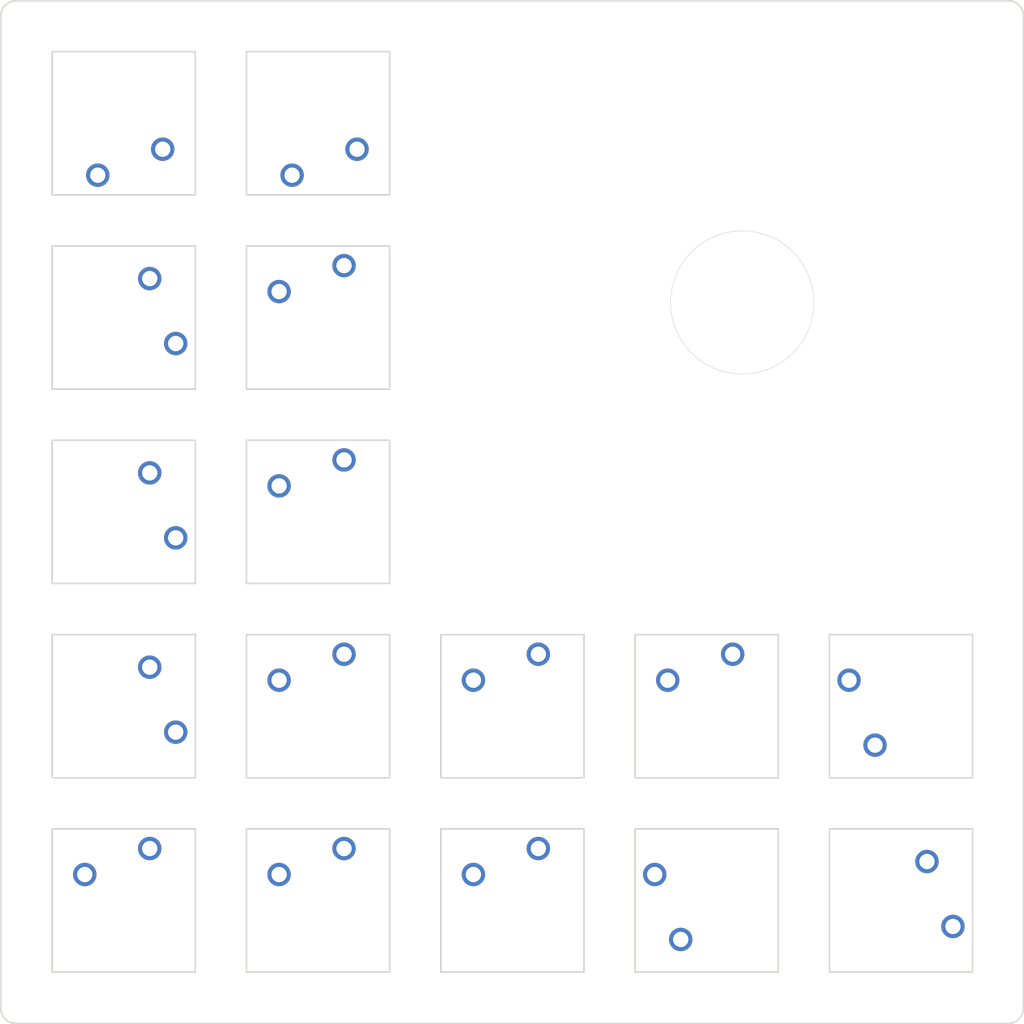
<source format=kicad_pcb>
(kicad_pcb (version 20211014) (generator pcbnew)
  (title_block (title "ortho-tb55-top-plate") (rev "v1.0.0") (company "Unknown"))
  (layers (0 "F.Cu" signal) (31 "B.Cu" signal) (34 "B.Paste" user) (35 "F.Paste" user) (36 "B.SilkS" user "B.Silkscreen") (37 "F.SilkS" user "F.Silkscreen") (38 "B.Mask" user) (39 "F.Mask" user) (44 "Edge.Cuts" user))
  (net 0 "")
  (net 1 "GND")
  (net 2 "m_c1_r1")
  (net 3 "m_c1_r2")
  (net 4 "m_c1_r3")
  (net 5 "m_c1_r4")
  (net 6 "m_c1_r5")
  (net 7 "m_c2_r1")
  (net 8 "m_c2_r2")
  (net 9 "m_c2_r3")
  (net 10 "m_c2_r4")
  (net 11 "m_c2_r5")
  (net 12 "m_c3_r1")
  (net 13 "m_c3_r2")
  (net 14 "m_c4_r1")
  (net 15 "m_c4_r2")
  (net 16 "m_c5_r1")
  (net 17 "m_c5_r2")
  (footprint "MountingHole:MountingHole_3.2mm_M3" (layer "F.Cu") (at 72.5 -70.5 159)
    (fp_text reference "" (at 0 0 159) (layer "F.SilkS") (effects (font (size 1.27 1.27))))
    (fp_text value "" (at 0 0 159) (layer "F.SilkS") (effects (font (size 1.27 1.27))))
    (pad "" np_thru_hole circle locked (at -13.5 23.382) (size 3 3) (drill 3) (layers *.Cu *.Mask))
    (pad "" np_thru_hole circle locked (at 27 0) (size 3 3) (drill 3) (layers *.Cu *.Mask))
    (pad "" np_thru_hole circle locked (at -13.5 -23.382) (size 3 3) (drill 3) (layers *.Cu *.Mask))
  )
  (footprint "MX" (layer "F.Cu") (at 31.025 -69.025)
    (fp_text reference "S9" hide)
    (fp_text value "" hide)
    (pad "" np_thru_hole circle locked (at 5.08 0) (size 1.7018 1.7018) (drill 1.7018) (layers *.Cu *.Mask))
    (pad "" np_thru_hole circle locked (at -5.08 0) (size 1.7018 1.7018) (drill 1.7018) (layers *.Cu *.Mask))
    (pad "" np_thru_hole circle locked (at 0 0) (size 3.9878 3.9878) (drill 3.9878) (layers *.Cu *.Mask))
    (pad "1" thru_hole circle locked (at 2.54 -5.08) (size 2.286 2.286) (drill 1.4986) (layers *.Cu *.Mask) (net 1 "GND"))
    (pad "2" thru_hole circle locked (at -3.81 -2.54) (size 2.286 2.286) (drill 1.4986) (layers *.Cu *.Mask) (net 10 "m_c2_r4"))
  )
  (footprint "MX" (layer "F.Cu") (at 69.025 -31.025)
    (fp_text reference "S14" hide)
    (fp_text value "" hide)
    (pad "" np_thru_hole circle locked (at 5.08 0) (size 1.7018 1.7018) (drill 1.7018) (layers *.Cu *.Mask))
    (pad "" np_thru_hole circle locked (at 0 0) (size 3.9878 3.9878) (drill 3.9878) (layers *.Cu *.Mask))
    (pad "" np_thru_hole circle locked (at -5.08 0) (size 1.7018 1.7018) (drill 1.7018) (layers *.Cu *.Mask))
    (pad "1" thru_hole circle locked (at 2.54 -5.08) (size 2.286 2.286) (drill 1.4986) (layers *.Cu *.Mask) (net 1 "GND"))
    (pad "2" thru_hole circle locked (at -3.81 -2.54) (size 2.286 2.286) (drill 1.4986) (layers *.Cu *.Mask) (net 15 "m_c4_r2"))
  )
  (footprint "MX" (layer "F.Cu") (at 12.025 -69.025 -90)
    (fp_text reference "S4" hide)
    (fp_text value "" hide)
    (pad "" np_thru_hole circle locked (at 5.08 0) (size 1.7018 1.7018) (drill 1.7018) (layers *.Cu *.Mask))
    (pad "" np_thru_hole circle locked (at 0 0) (size 3.9878 3.9878) (drill 3.9878) (layers *.Cu *.Mask))
    (pad "" np_thru_hole circle locked (at -5.08 0) (size 1.7018 1.7018) (drill 1.7018) (layers *.Cu *.Mask))
    (pad "1" thru_hole circle locked (at 2.54 -5.08) (size 2.286 2.286) (drill 1.4986) (layers *.Cu *.Mask) (net 1 "GND"))
    (pad "2" thru_hole circle locked (at -3.81 -2.54) (size 2.286 2.286) (drill 1.4986) (layers *.Cu *.Mask) (net 5 "m_c1_r4"))
  )
  (footprint "MX" (layer "F.Cu") (at 31.025 -31.025)
    (fp_text reference "S7" hide)
    (fp_text value "" hide)
    (pad "" np_thru_hole circle locked (at 5.08 0) (size 1.7018 1.7018) (drill 1.7018) (layers *.Cu *.Mask))
    (pad "" np_thru_hole circle locked (at -5.08 0) (size 1.7018 1.7018) (drill 1.7018) (layers *.Cu *.Mask))
    (pad "" np_thru_hole circle locked (at 0 0) (size 3.9878 3.9878) (drill 3.9878) (layers *.Cu *.Mask))
    (pad "1" thru_hole circle locked (at 2.54 -5.08) (size 2.286 2.286) (drill 1.4986) (layers *.Cu *.Mask) (net 1 "GND"))
    (pad "2" thru_hole circle locked (at -3.81 -2.54) (size 2.286 2.286) (drill 1.4986) (layers *.Cu *.Mask) (net 8 "m_c2_r2"))
  )
  (footprint "MX" (layer "F.Cu") (at 12.025 -31.025 -90)
    (fp_text reference "S2" hide)
    (fp_text value "" hide)
    (pad "" np_thru_hole circle locked (at 0 0) (size 3.9878 3.9878) (drill 3.9878) (layers *.Cu *.Mask))
    (pad "" np_thru_hole circle locked (at -5.08 0) (size 1.7018 1.7018) (drill 1.7018) (layers *.Cu *.Mask))
    (pad "" np_thru_hole circle locked (at 5.08 0) (size 1.7018 1.7018) (drill 1.7018) (layers *.Cu *.Mask))
    (pad "1" thru_hole circle locked (at 2.54 -5.08) (size 2.286 2.286) (drill 1.4986) (layers *.Cu *.Mask) (net 1 "GND"))
    (pad "2" thru_hole circle locked (at -3.81 -2.54) (size 2.286 2.286) (drill 1.4986) (layers *.Cu *.Mask) (net 3 "m_c1_r2"))
  )
  (footprint "MountingHole:MountingHole_3.2mm_M3" (layer "F.Cu") (at 72.5 -70.5 136)
    (fp_text reference "" (at 0 0 136) (layer "F.SilkS") (effects (font (size 1.27 1.27))))
    (fp_text value "" (at 0 0 136) (layer "F.SilkS") (effects (font (size 1.27 1.27))))
    (pad "" np_thru_hole circle locked (at 25 0) (size 3 3) (drill 3) (layers *.Cu *.Mask))
    (pad "" np_thru_hole circle locked (at -12.5 -21.65) (size 3 3) (drill 3) (layers *.Cu *.Mask))
    (pad "" np_thru_hole circle locked (at -12.5 21.65) (size 3 3) (drill 3) (layers *.Cu *.Mask))
  )
  (footprint "MountingHole:MountingHole_2.2mm_M2" (layer "F.Cu") (at 2.5 -2.5)
    (fp_text reference "" (at 0 0) (layer "F.SilkS") (effects (font (size 1.27 1.27))))
    (fp_text value "" (at 0 0) (layer "F.SilkS") (effects (font (size 1.27 1.27))))
    (pad "" np_thru_hole circle locked (at 0 0) (size 2.2 2.2) (drill 2.2) (layers *.Cu *.Mask))
  )
  (footprint "MX" (layer "F.Cu") (at 88.025 -12.025 -90)
    (fp_text reference "S15" hide)
    (fp_text value "" hide)
    (pad "" np_thru_hole circle locked (at 5.08 0) (size 1.7018 1.7018) (drill 1.7018) (layers *.Cu *.Mask))
    (pad "" np_thru_hole circle locked (at 0 0) (size 3.9878 3.9878) (drill 3.9878) (layers *.Cu *.Mask))
    (pad "" np_thru_hole circle locked (at -5.08 0) (size 1.7018 1.7018) (drill 1.7018) (layers *.Cu *.Mask))
    (pad "1" thru_hole circle locked (at 2.54 -5.08) (size 2.286 2.286) (drill 1.4986) (layers *.Cu *.Mask) (net 1 "GND"))
    (pad "2" thru_hole circle locked (at -3.81 -2.54) (size 2.286 2.286) (drill 1.4986) (layers *.Cu *.Mask) (net 16 "m_c5_r1"))
  )
  (footprint "MX" (layer "F.Cu") (at 88.025 -31.025 90)
    (fp_text reference "S16" hide)
    (fp_text value "" hide)
    (pad "" np_thru_hole circle locked (at -5.08 0) (size 1.7018 1.7018) (drill 1.7018) (layers *.Cu *.Mask))
    (pad "" np_thru_hole circle locked (at 5.08 0) (size 1.7018 1.7018) (drill 1.7018) (layers *.Cu *.Mask))
    (pad "" np_thru_hole circle locked (at 0 0) (size 3.9878 3.9878) (drill 3.9878) (layers *.Cu *.Mask))
    (pad "1" thru_hole circle locked (at 2.54 -5.08) (size 2.286 2.286) (drill 1.4986) (layers *.Cu *.Mask) (net 1 "GND"))
    (pad "2" thru_hole circle locked (at -3.81 -2.54) (size 2.286 2.286) (drill 1.4986) (layers *.Cu *.Mask) (net 17 "m_c5_r2"))
  )
  (footprint "MX" (layer "F.Cu") (at 12.025 -88.025 180)
    (fp_text reference "S5" hide)
    (fp_text value "" hide)
    (pad "" np_thru_hole circle locked (at -5.08 0) (size 1.7018 1.7018) (drill 1.7018) (layers *.Cu *.Mask))
    (pad "" np_thru_hole circle locked (at 5.08 0) (size 1.7018 1.7018) (drill 1.7018) (layers *.Cu *.Mask))
    (pad "" np_thru_hole circle locked (at 0 0) (size 3.9878 3.9878) (drill 3.9878) (layers *.Cu *.Mask))
    (pad "1" thru_hole circle locked (at 2.54 -5.08) (size 2.286 2.286) (drill 1.4986) (layers *.Cu *.Mask) (net 1 "GND"))
    (pad "2" thru_hole circle locked (at -3.81 -2.54) (size 2.286 2.286) (drill 1.4986) (layers *.Cu *.Mask) (net 6 "m_c1_r5"))
  )
  (footprint "MountingHole:MountingHole_3.2mm_M3" (layer "F.Cu") (at 72.5 -70.5 170)
    (fp_text reference "" (at 0 0 170) (layer "F.SilkS") (effects (font (size 1.27 1.27))))
    (fp_text value "" (at 0 0 170) (layer "F.SilkS") (effects (font (size 1.27 1.27))))
    (pad "" np_thru_hole circle locked (at -14 -24.248) (size 3 3) (drill 3) (layers *.Cu *.Mask))
    (pad "" np_thru_hole circle locked (at -14 24.248) (size 3 3) (drill 3) (layers *.Cu *.Mask))
    (pad "" np_thru_hole circle locked (at 28 0) (size 3 3) (drill 3) (layers *.Cu *.Mask))
  )
  (footprint "MX" (layer "F.Cu") (at 50.025 -12.025)
    (fp_text reference "S11" hide)
    (fp_text value "" hide)
    (pad "" np_thru_hole circle locked (at 0 0) (size 3.9878 3.9878) (drill 3.9878) (layers *.Cu *.Mask))
    (pad "" np_thru_hole circle locked (at -5.08 0) (size 1.7018 1.7018) (drill 1.7018) (layers *.Cu *.Mask))
    (pad "" np_thru_hole circle locked (at 5.08 0) (size 1.7018 1.7018) (drill 1.7018) (layers *.Cu *.Mask))
    (pad "1" thru_hole circle locked (at 2.54 -5.08) (size 2.286 2.286) (drill 1.4986) (layers *.Cu *.Mask) (net 1 "GND"))
    (pad "2" thru_hole circle locked (at -3.81 -2.54) (size 2.286 2.286) (drill 1.4986) (layers *.Cu *.Mask) (net 12 "m_c3_r1"))
  )
  (footprint "MX" (layer "F.Cu") (at 50.025 -31.025)
    (fp_text reference "S12" hide)
    (fp_text value "" hide)
    (pad "" np_thru_hole circle locked (at 0 0) (size 3.9878 3.9878) (drill 3.9878) (layers *.Cu *.Mask))
    (pad "" np_thru_hole circle locked (at 5.08 0) (size 1.7018 1.7018) (drill 1.7018) (layers *.Cu *.Mask))
    (pad "" np_thru_hole circle locked (at -5.08 0) (size 1.7018 1.7018) (drill 1.7018) (layers *.Cu *.Mask))
    (pad "1" thru_hole circle locked (at 2.54 -5.08) (size 2.286 2.286) (drill 1.4986) (layers *.Cu *.Mask) (net 1 "GND"))
    (pad "2" thru_hole circle locked (at -3.81 -2.54) (size 2.286 2.286) (drill 1.4986) (layers *.Cu *.Mask) (net 13 "m_c3_r2"))
  )
  (footprint "MountingHole:MountingHole_2.2mm_M2" (layer "F.Cu") (at 97.5 -2.5)
    (fp_text reference "" (at 0 0) (layer "F.SilkS") (effects (font (size 1.27 1.27))))
    (fp_text value "" (at 0 0) (layer "F.SilkS") (effects (font (size 1.27 1.27))))
    (pad "" np_thru_hole circle locked (at 0 0) (size 2.2 2.2) (drill 2.2) (layers *.Cu *.Mask))
  )
  (footprint "MountingHole:MountingHole_2.2mm_M2" (layer "F.Cu") (at 2.5 -97.5)
    (fp_text reference "" (at 0 0) (layer "F.SilkS") (effects (font (size 1.27 1.27))))
    (fp_text value "" (at 0 0) (layer "F.SilkS") (effects (font (size 1.27 1.27))))
    (pad "" np_thru_hole circle locked (at 0 0) (size 2.2 2.2) (drill 2.2) (layers *.Cu *.Mask))
  )
  (footprint "MountingHole:MountingHole_3.2mm_M3" (layer "F.Cu") (at 72.5 -70.5 180)
    (fp_text reference "" (at 0 0 180) (layer "F.SilkS") (effects (font (size 1.27 1.27))))
    (fp_text value "" (at 0 0 180) (layer "F.SilkS") (effects (font (size 1.27 1.27))))
    (pad "" np_thru_hole circle locked (at -14.5 25.114) (size 3 3) (drill 3) (layers *.Cu *.Mask))
    (pad "" np_thru_hole circle locked (at 29 0) (size 3 3) (drill 3) (layers *.Cu *.Mask))
    (pad "" np_thru_hole circle locked (at -14.5 -25.114) (size 3 3) (drill 3) (layers *.Cu *.Mask))
  )
  (footprint "MountingHole:MountingHole_3.2mm_M3" (layer "F.Cu") (at 72.5 -70.5 148)
    (fp_text reference "" (at 0 0 148) (layer "F.SilkS") (effects (font (size 1.27 1.27))))
    (fp_text value "" (at 0 0 148) (layer "F.SilkS") (effects (font (size 1.27 1.27))))
    (pad "" np_thru_hole circle locked (at -13 22.516) (size 3 3) (drill 3) (layers *.Cu *.Mask))
    (pad "" np_thru_hole circle locked (at -13 -22.516) (size 3 3) (drill 3) (layers *.Cu *.Mask))
    (pad "" np_thru_hole circle locked (at 26 0) (size 3 3) (drill 3) (layers *.Cu *.Mask))
  )
  (footprint "MX" (layer "F.Cu") (at 31.025 -12.025)
    (fp_text reference "S6" hide)
    (fp_text value "" hide)
    (pad "" np_thru_hole circle locked (at -5.08 0) (size 1.7018 1.7018) (drill 1.7018) (layers *.Cu *.Mask))
    (pad "" np_thru_hole circle locked (at 5.08 0) (size 1.7018 1.7018) (drill 1.7018) (layers *.Cu *.Mask))
    (pad "" np_thru_hole circle locked (at 0 0) (size 3.9878 3.9878) (drill 3.9878) (layers *.Cu *.Mask))
    (pad "1" thru_hole circle locked (at 2.54 -5.08) (size 2.286 2.286) (drill 1.4986) (layers *.Cu *.Mask) (net 1 "GND"))
    (pad "2" thru_hole circle locked (at -3.81 -2.54) (size 2.286 2.286) (drill 1.4986) (layers *.Cu *.Mask) (net 7 "m_c2_r1"))
  )
  (footprint "MX" (layer "F.Cu") (at 69.025 -12.025 90)
    (fp_text reference "S13" hide)
    (fp_text value "" hide)
    (pad "" np_thru_hole circle locked (at 0 0) (size 3.9878 3.9878) (drill 3.9878) (layers *.Cu *.Mask))
    (pad "" np_thru_hole circle locked (at 5.08 0) (size 1.7018 1.7018) (drill 1.7018) (layers *.Cu *.Mask))
    (pad "" np_thru_hole circle locked (at -5.08 0) (size 1.7018 1.7018) (drill 1.7018) (layers *.Cu *.Mask))
    (pad "1" thru_hole circle locked (at 2.54 -5.08) (size 2.286 2.286) (drill 1.4986) (layers *.Cu *.Mask) (net 1 "GND"))
    (pad "2" thru_hole circle locked (at -3.81 -2.54) (size 2.286 2.286) (drill 1.4986) (layers *.Cu *.Mask) (net 14 "m_c4_r1"))
  )
  (footprint "MountingHole:MountingHole_2.2mm_M2" (layer "F.Cu") (at 97.5 -97.5)
    (fp_text reference "" (at 0 0) (layer "F.SilkS") (effects (font (size 1.27 1.27))))
    (fp_text value "" (at 0 0) (layer "F.SilkS") (effects (font (size 1.27 1.27))))
    (pad "" np_thru_hole circle locked (at 0 0) (size 2.2 2.2) (drill 2.2) (layers *.Cu *.Mask))
  )
  (footprint "MX" (layer "F.Cu") (at 31.025 -88.025 180)
    (fp_text reference "S10" hide)
    (fp_text value "" hide)
    (pad "" np_thru_hole circle locked (at -5.08 0) (size 1.7018 1.7018) (drill 1.7018) (layers *.Cu *.Mask))
    (pad "" np_thru_hole circle locked (at 0 0) (size 3.9878 3.9878) (drill 3.9878) (layers *.Cu *.Mask))
    (pad "" np_thru_hole circle locked (at 5.08 0) (size 1.7018 1.7018) (drill 1.7018) (layers *.Cu *.Mask))
    (pad "1" thru_hole circle locked (at 2.54 -5.08) (size 2.286 2.286) (drill 1.4986) (layers *.Cu *.Mask) (net 1 "GND"))
    (pad "2" thru_hole circle locked (at -3.81 -2.54) (size 2.286 2.286) (drill 1.4986) (layers *.Cu *.Mask) (net 11 "m_c2_r5"))
  )
  (footprint "MX" (layer "F.Cu") (at 12.025 -50.025 -90)
    (fp_text reference "S3" hide)
    (fp_text value "" hide)
    (pad "" np_thru_hole circle locked (at -5.08 0) (size 1.7018 1.7018) (drill 1.7018) (layers *.Cu *.Mask))
    (pad "" np_thru_hole circle locked (at 5.08 0) (size 1.7018 1.7018) (drill 1.7018) (layers *.Cu *.Mask))
    (pad "" np_thru_hole circle locked (at 0 0) (size 3.9878 3.9878) (drill 3.9878) (layers *.Cu *.Mask))
    (pad "1" thru_hole circle locked (at 2.54 -5.08) (size 2.286 2.286) (drill 1.4986) (layers *.Cu *.Mask) (net 1 "GND"))
    (pad "2" thru_hole circle locked (at -3.81 -2.54) (size 2.286 2.286) (drill 1.4986) (layers *.Cu *.Mask) (net 4 "m_c1_r3"))
  )
  (footprint "MX" (layer "F.Cu") (at 12.025 -12.025)
    (fp_text reference "S1" hide)
    (fp_text value "" hide)
    (pad "" np_thru_hole circle locked (at 5.08 0) (size 1.7018 1.7018) (drill 1.7018) (layers *.Cu *.Mask))
    (pad "" np_thru_hole circle locked (at 0 0) (size 3.9878 3.9878) (drill 3.9878) (layers *.Cu *.Mask))
    (pad "" np_thru_hole circle locked (at -5.08 0) (size 1.7018 1.7018) (drill 1.7018) (layers *.Cu *.Mask))
    (pad "1" thru_hole circle locked (at 2.54 -5.08) (size 2.286 2.286) (drill 1.4986) (layers *.Cu *.Mask) (net 1 "GND"))
    (pad "2" thru_hole circle locked (at -3.81 -2.54) (size 2.286 2.286) (drill 1.4986) (layers *.Cu *.Mask) (net 2 "m_c1_r1"))
  )
  (footprint "MX" (layer "F.Cu") (at 31.025 -50.025)
    (fp_text reference "S8" hide)
    (fp_text value "" hide)
    (pad "" np_thru_hole circle locked (at 0 0) (size 3.9878 3.9878) (drill 3.9878) (layers *.Cu *.Mask))
    (pad "" np_thru_hole circle locked (at 5.08 0) (size 1.7018 1.7018) (drill 1.7018) (layers *.Cu *.Mask))
    (pad "" np_thru_hole circle locked (at -5.08 0) (size 1.7018 1.7018) (drill 1.7018) (layers *.Cu *.Mask))
    (pad "1" thru_hole circle locked (at 2.54 -5.08) (size 2.286 2.286) (drill 1.4986) (layers *.Cu *.Mask) (net 1 "GND"))
    (pad "2" thru_hole circle locked (at -3.81 -2.54) (size 2.286 2.286) (drill 1.4986) (layers *.Cu *.Mask) (net 9 "m_c2_r3"))
  )
  (gr_line (start 24.025 -95.025) (end 24.025 -81.025) (layer "Edge.Cuts") (width 0.15))
  (gr_line (start 5.025 -19.025) (end 5.025 -5.025) (layer "Edge.Cuts") (width 0.15))
  (gr_line (start 24.025 -76.025) (end 24.025 -62.025) (layer "Edge.Cuts") (width 0.15))
  (gr_line (start 95.025 -24.025) (end 95.025 -38.025) (layer "Edge.Cuts") (width 0.15))
  (gr_line (start 76.025 -19.025) (end 62.025 -19.025) (layer "Edge.Cuts") (width 0.15))
  (gr_arc (start 100 -1.5) (mid 99.56066 -0.43934) (end 98.5 0) (layer "Edge.Cuts") (width 0.15))
  (gr_line (start 24.025 -81.025) (end 38.025 -81.025) (layer "Edge.Cuts") (width 0.15))
  (gr_line (start 19.025 -5.025) (end 19.025 -19.025) (layer "Edge.Cuts") (width 0.15))
  (gr_circle (center 72.5 -70.5) (end 79.5 -70.5) (layer "Edge.Cuts") (width 0.05) (fill none))
  (gr_line (start 24.025 -5.025) (end 38.025 -5.025) (layer "Edge.Cuts") (width 0.15))
  (gr_line (start 38.025 -38.025) (end 24.025 -38.025) (layer "Edge.Cuts") (width 0.15))
  (gr_line (start 5.025 -38.025) (end 5.025 -24.025) (layer "Edge.Cuts") (width 0.15))
  (gr_line (start 62.025 -19.025) (end 62.025 -5.025) (layer "Edge.Cuts") (width 0.15))
  (gr_line (start 19.025 -43.025) (end 19.025 -57.025) (layer "Edge.Cuts") (width 0.15))
  (gr_line (start 24.025 -19.025) (end 24.025 -5.025) (layer "Edge.Cuts") (width 0.15))
  (gr_line (start 76.025 -38.025) (end 62.025 -38.025) (layer "Edge.Cuts") (width 0.15))
  (gr_line (start 19.025 -95.025) (end 5.025 -95.025) (layer "Edge.Cuts") (width 0.15))
  (gr_line (start 19.025 -57.025) (end 5.025 -57.025) (layer "Edge.Cuts") (width 0.15))
  (gr_line (start 38.025 -43.025) (end 38.025 -57.025) (layer "Edge.Cuts") (width 0.15))
  (gr_line (start 19.025 -19.025) (end 5.025 -19.025) (layer "Edge.Cuts") (width 0.15))
  (gr_line (start 19.025 -76.025) (end 5.025 -76.025) (layer "Edge.Cuts") (width 0.15))
  (gr_line (start 57.025 -38.025) (end 43.025 -38.025) (layer "Edge.Cuts") (width 0.15))
  (gr_line (start 76.025 -24.025) (end 76.025 -38.025) (layer "Edge.Cuts") (width 0.15))
  (gr_line (start 38.025 -76.025) (end 24.025 -76.025) (layer "Edge.Cuts") (width 0.15))
  (gr_line (start 95.025 -38.025) (end 81.025 -38.025) (layer "Edge.Cuts") (width 0.15))
  (gr_line (start 62.025 -5.025) (end 76.025 -5.025) (layer "Edge.Cuts") (width 0.15))
  (gr_line (start 5.025 -95.025) (end 5.025 -81.025) (layer "Edge.Cuts") (width 0.15))
  (gr_line (start 62.025 -24.025) (end 76.025 -24.025) (layer "Edge.Cuts") (width 0.15))
  (gr_line (start 24.025 -24.025) (end 38.025 -24.025) (layer "Edge.Cuts") (width 0.15))
  (gr_line (start 81.025 -19.025) (end 81.025 -5.025) (layer "Edge.Cuts") (width 0.15))
  (gr_line (start 19.025 -38.025) (end 5.025 -38.025) (layer "Edge.Cuts") (width 0.15))
  (gr_arc (start 0 -98.5) (mid 0.43934 -99.56066) (end 1.5 -100) (layer "Edge.Cuts") (width 0.15))
  (gr_line (start 38.025 -19.025) (end 24.025 -19.025) (layer "Edge.Cuts") (width 0.15))
  (gr_line (start 1.5 0) (end 98.5 0) (layer "Edge.Cuts") (width 0.15))
  (gr_line (start 19.025 -81.025) (end 19.025 -95.025) (layer "Edge.Cuts") (width 0.15))
  (gr_line (start 38.025 -24.025) (end 38.025 -38.025) (layer "Edge.Cuts") (width 0.15))
  (gr_line (start 100 -1.5) (end 100 -98.5) (layer "Edge.Cuts") (width 0.15))
  (gr_line (start 95.025 -5.025) (end 95.025 -19.025) (layer "Edge.Cuts") (width 0.15))
  (gr_arc (start 98.5 -100) (mid 99.56066 -99.56066) (end 100 -98.5) (layer "Edge.Cuts") (width 0.15))
  (gr_line (start 81.025 -5.025) (end 95.025 -5.025) (layer "Edge.Cuts") (width 0.15))
  (gr_line (start 98.5 -100) (end 1.5 -100) (layer "Edge.Cuts") (width 0.15))
  (gr_line (start 24.025 -43.025) (end 38.025 -43.025) (layer "Edge.Cuts") (width 0.15))
  (gr_line (start 76.025 -5.025) (end 76.025 -19.025) (layer "Edge.Cuts") (width 0.15))
  (gr_line (start 38.025 -81.025) (end 38.025 -95.025) (layer "Edge.Cuts") (width 0.15))
  (gr_line (start 38.025 -5.025) (end 38.025 -19.025) (layer "Edge.Cuts") (width 0.15))
  (gr_line (start 5.025 -81.025) (end 19.025 -81.025) (layer "Edge.Cuts") (width 0.15))
  (gr_line (start 43.025 -19.025) (end 43.025 -5.025) (layer "Edge.Cuts") (width 0.15))
  (gr_line (start 57.025 -5.025) (end 57.025 -19.025) (layer "Edge.Cuts") (width 0.15))
  (gr_line (start 43.025 -24.025) (end 57.025 -24.025) (layer "Edge.Cuts") (width 0.15))
  (gr_line (start 38.025 -57.025) (end 24.025 -57.025) (layer "Edge.Cuts") (width 0.15))
  (gr_line (start 81.025 -24.025) (end 95.025 -24.025) (layer "Edge.Cuts") (width 0.15))
  (gr_line (start 43.025 -38.025) (end 43.025 -24.025) (layer "Edge.Cuts") (width 0.15))
  (gr_line (start 38.025 -95.025) (end 24.025 -95.025) (layer "Edge.Cuts") (width 0.15))
  (gr_line (start 24.025 -38.025) (end 24.025 -24.025) (layer "Edge.Cuts") (width 0.15))
  (gr_line (start 95.025 -19.025) (end 81.025 -19.025) (layer "Edge.Cuts") (width 0.15))
  (gr_line (start 5.025 -57.025) (end 5.025 -43.025) (layer "Edge.Cuts") (width 0.15))
  (gr_line (start 19.025 -24.025) (end 19.025 -38.025) (layer "Edge.Cuts") (width 0.15))
  (gr_line (start 5.025 -76.025) (end 5.025 -62.025) (layer "Edge.Cuts") (width 0.15))
  (gr_line (start 57.025 -24.025) (end 57.025 -38.025) (layer "Edge.Cuts") (width 0.15))
  (gr_line (start 5.025 -5.025) (end 19.025 -5.025) (layer "Edge.Cuts") (width 0.15))
  (gr_line (start 5.025 -62.025) (end 19.025 -62.025) (layer "Edge.Cuts") (width 0.15))
  (gr_line (start 5.025 -24.025) (end 19.025 -24.025) (layer "Edge.Cuts") (width 0.15))
  (gr_line (start 57.025 -19.025) (end 43.025 -19.025) (layer "Edge.Cuts") (width 0.15))
  (gr_line (start 38.025 -62.025) (end 38.025 -76.025) (layer "Edge.Cuts") (width 0.15))
  (gr_line (start 43.025 -5.025) (end 57.025 -5.025) (layer "Edge.Cuts") (width 0.15))
  (gr_line (start 5.025 -43.025) (end 19.025 -43.025) (layer "Edge.Cuts") (width 0.15))
  (gr_arc (start 1.5 0) (mid 0.43934 -0.43934) (end 0 -1.5) (layer "Edge.Cuts") (width 0.15))
  (gr_line (start 19.025 -62.025) (end 19.025 -76.025) (layer "Edge.Cuts") (width 0.15))
  (gr_line (start 81.025 -38.025) (end 81.025 -24.025) (layer "Edge.Cuts") (width 0.15))
  (gr_line (start 0 -98.5) (end 0 -1.5) (layer "Edge.Cuts") (width 0.15))
  (gr_line (start 62.025 -38.025) (end 62.025 -24.025) (layer "Edge.Cuts") (width 0.15))
  (gr_line (start 24.025 -57.025) (end 24.025 -43.025) (layer "Edge.Cuts") (width 0.15))
  (gr_line (start 24.025 -62.025) (end 38.025 -62.025) (layer "Edge.Cuts") (width 0.15))
)
</source>
